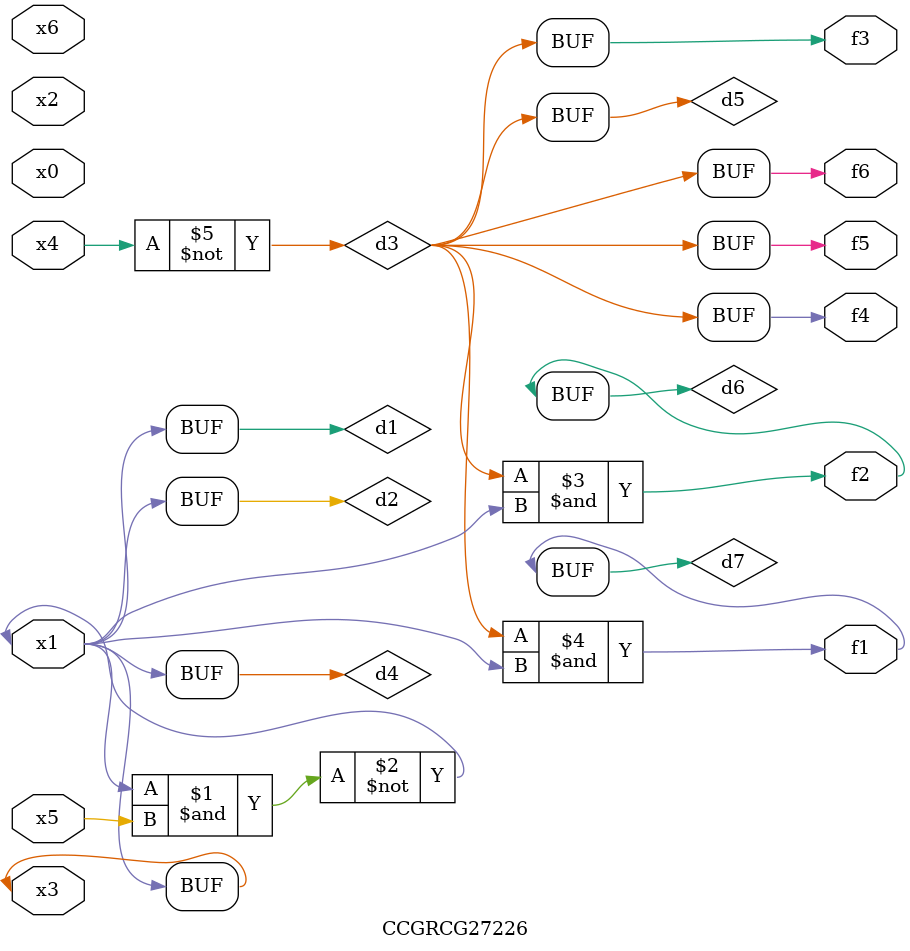
<source format=v>
module CCGRCG27226(
	input x0, x1, x2, x3, x4, x5, x6,
	output f1, f2, f3, f4, f5, f6
);

	wire d1, d2, d3, d4, d5, d6, d7;

	buf (d1, x1, x3);
	nand (d2, x1, x5);
	not (d3, x4);
	buf (d4, d1, d2);
	buf (d5, d3);
	and (d6, d3, d4);
	and (d7, d3, d4);
	assign f1 = d7;
	assign f2 = d6;
	assign f3 = d5;
	assign f4 = d5;
	assign f5 = d5;
	assign f6 = d5;
endmodule

</source>
